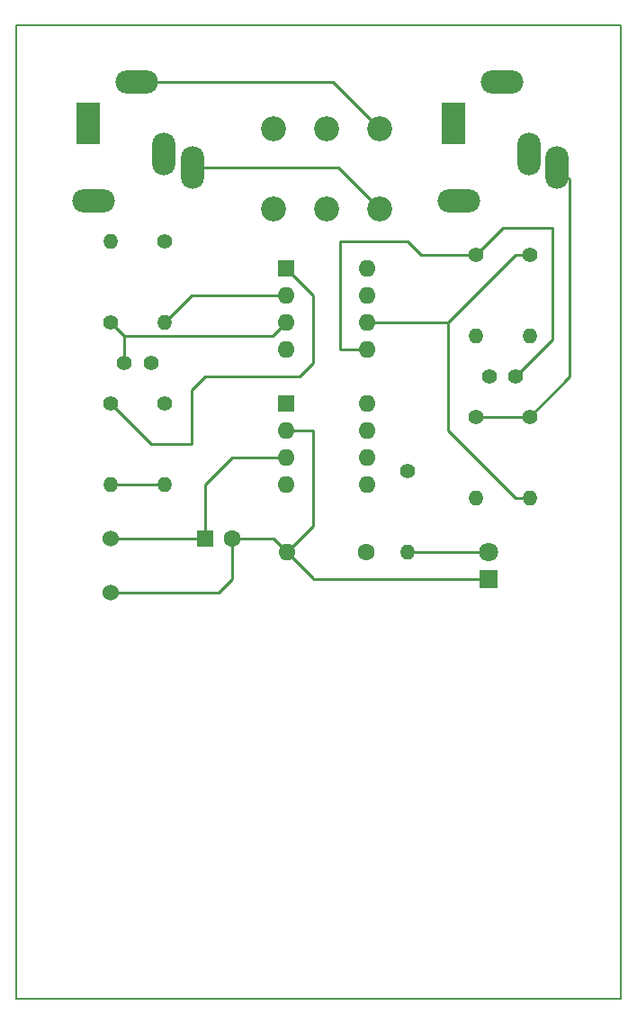
<source format=gbr>
%TF.GenerationSoftware,KiCad,Pcbnew,7.0.8*%
%TF.CreationDate,2023-12-16T16:40:22-03:00*%
%TF.ProjectId,cmoy,636d6f79-2e6b-4696-9361-645f70636258,rev?*%
%TF.SameCoordinates,Original*%
%TF.FileFunction,Copper,L1,Top*%
%TF.FilePolarity,Positive*%
%FSLAX46Y46*%
G04 Gerber Fmt 4.6, Leading zero omitted, Abs format (unit mm)*
G04 Created by KiCad (PCBNEW 7.0.8) date 2023-12-16 16:40:22*
%MOMM*%
%LPD*%
G01*
G04 APERTURE LIST*
%TA.AperFunction,NonConductor*%
%ADD10C,0.200000*%
%TD*%
%TA.AperFunction,ComponentPad*%
%ADD11O,1.600000X1.600000*%
%TD*%
%TA.AperFunction,ComponentPad*%
%ADD12R,1.600000X1.600000*%
%TD*%
%TA.AperFunction,ComponentPad*%
%ADD13C,2.340000*%
%TD*%
%TA.AperFunction,ComponentPad*%
%ADD14O,1.400000X1.400000*%
%TD*%
%TA.AperFunction,ComponentPad*%
%ADD15C,1.400000*%
%TD*%
%TA.AperFunction,ComponentPad*%
%ADD16O,2.200000X4.000000*%
%TD*%
%TA.AperFunction,ComponentPad*%
%ADD17O,4.000000X2.200000*%
%TD*%
%TA.AperFunction,ComponentPad*%
%ADD18R,2.200000X4.000000*%
%TD*%
%TA.AperFunction,ComponentPad*%
%ADD19R,1.800000X1.800000*%
%TD*%
%TA.AperFunction,ComponentPad*%
%ADD20C,1.800000*%
%TD*%
%TA.AperFunction,ComponentPad*%
%ADD21C,1.600000*%
%TD*%
%TA.AperFunction,ComponentPad*%
%ADD22C,1.524000*%
%TD*%
%TA.AperFunction,Conductor*%
%ADD23C,0.250000*%
%TD*%
G04 APERTURE END LIST*
D10*
X160020000Y-39370000D02*
X216920000Y-39370000D01*
X216920000Y-130870000D01*
X160020000Y-130870000D01*
X160020000Y-39370000D01*
D11*
%TO.P,U2,8,V+*%
%TO.N,Net-(BT1-+)*%
X193050000Y-62240000D03*
%TO.P,U2,7*%
%TO.N,Net-(R7-Pad2)*%
X193050000Y-64780000D03*
%TO.P,U2,6,-*%
%TO.N,Net-(U2B--)*%
X193050000Y-67320000D03*
%TO.P,U2,5,+*%
%TO.N,Net-(U2B-+)*%
X193050000Y-69860000D03*
%TO.P,U2,4,V-*%
%TO.N,Net-(BT1--)*%
X185430000Y-69860000D03*
%TO.P,U2,3,+*%
%TO.N,Net-(U2A-+)*%
X185430000Y-67320000D03*
%TO.P,U2,2,-*%
%TO.N,Net-(U2A--)*%
X185430000Y-64780000D03*
D12*
%TO.P,U2,1*%
%TO.N,Net-(R4-Pad1)*%
X185430000Y-62240000D03*
%TD*%
%TO.P,U1,1,OUT*%
%TO.N,GND*%
X185430000Y-74940000D03*
D11*
%TO.P,U1,2,COMMON*%
%TO.N,Net-(BT1--)*%
X185430000Y-77480000D03*
%TO.P,U1,3,IN*%
%TO.N,Net-(BT1-+)*%
X185430000Y-80020000D03*
%TO.P,U1,4,NC*%
%TO.N,unconnected-(U1-NC-Pad4)*%
X185430000Y-82560000D03*
%TO.P,U1,5,NC*%
%TO.N,unconnected-(U1-NC-Pad5)*%
X193050000Y-82560000D03*
%TO.P,U1,6,NC*%
%TO.N,unconnected-(U1-NC-Pad6)*%
X193050000Y-80020000D03*
%TO.P,U1,7,NC*%
%TO.N,unconnected-(U1-NC-Pad7)*%
X193050000Y-77480000D03*
%TO.P,U1,8,NOISE_REDUCTION*%
%TO.N,Net-(U1-NOISE_REDUCTION)*%
X193050000Y-74940000D03*
%TD*%
D13*
%TO.P,RV1,1,1*%
%TO.N,Net-(J1-PadS)*%
X194230000Y-49100000D03*
%TO.P,RV1,2,2*%
%TO.N,Net-(C3-Pad1)*%
X189230000Y-49100000D03*
%TO.P,RV1,3,3*%
%TO.N,GND*%
X184230000Y-49100000D03*
%TO.P,RV1,4,4*%
%TO.N,Net-(J1-PadR)*%
X194230000Y-56600000D03*
%TO.P,RV1,5,5*%
%TO.N,Net-(C4-Pad1)*%
X189230000Y-56600000D03*
%TO.P,RV1,6,6*%
%TO.N,GND*%
X184230000Y-56600000D03*
%TD*%
D14*
%TO.P,R9,2*%
%TO.N,GND*%
X208320000Y-68580000D03*
D15*
%TO.P,R9,1*%
%TO.N,Net-(U2B--)*%
X208320000Y-60960000D03*
%TD*%
%TO.P,R8,1*%
%TO.N,Net-(J2-PadR)*%
X208320000Y-76200000D03*
D14*
%TO.P,R8,2*%
%TO.N,Net-(U2B--)*%
X208320000Y-83820000D03*
%TD*%
D15*
%TO.P,R7,1*%
%TO.N,Net-(J2-PadR)*%
X203240000Y-76200000D03*
D14*
%TO.P,R7,2*%
%TO.N,Net-(R7-Pad2)*%
X203240000Y-83820000D03*
%TD*%
D15*
%TO.P,R6,1*%
%TO.N,GND*%
X173950000Y-59690000D03*
D14*
%TO.P,R6,2*%
%TO.N,Net-(U2A--)*%
X173950000Y-67310000D03*
%TD*%
%TO.P,R5,2*%
%TO.N,Net-(J2-PadS)*%
X173950000Y-82550000D03*
D15*
%TO.P,R5,1*%
%TO.N,Net-(U2A--)*%
X173950000Y-74930000D03*
%TD*%
D14*
%TO.P,R4,2*%
%TO.N,Net-(J2-PadS)*%
X168870000Y-82550000D03*
D15*
%TO.P,R4,1*%
%TO.N,Net-(R4-Pad1)*%
X168870000Y-74930000D03*
%TD*%
%TO.P,R3,1*%
%TO.N,Net-(U2B-+)*%
X203240000Y-60960000D03*
D14*
%TO.P,R3,2*%
%TO.N,GND*%
X203240000Y-68580000D03*
%TD*%
D15*
%TO.P,R2,1*%
%TO.N,Net-(U2A-+)*%
X168870000Y-67310000D03*
D14*
%TO.P,R2,2*%
%TO.N,GND*%
X168870000Y-59690000D03*
%TD*%
%TO.P,R1,2*%
%TO.N,Net-(D1-A)*%
X196850000Y-88900000D03*
D15*
%TO.P,R1,1*%
%TO.N,Net-(BT1-+)*%
X196850000Y-81280000D03*
%TD*%
D16*
%TO.P,J2,R*%
%TO.N,Net-(J2-PadR)*%
X210940000Y-52710000D03*
%TO.P,J2,RN*%
%TO.N,N/C*%
X208240000Y-51510000D03*
D17*
%TO.P,J2,S*%
%TO.N,Net-(J2-PadS)*%
X205740000Y-44710000D03*
D18*
%TO.P,J2,T*%
%TO.N,GND*%
X201140000Y-48610000D03*
D17*
%TO.P,J2,TN*%
%TO.N,N/C*%
X201640000Y-55910000D03*
%TD*%
%TO.P,J1,TN*%
%TO.N,N/C*%
X167292500Y-55910000D03*
D18*
%TO.P,J1,T*%
%TO.N,GND*%
X166792500Y-48610000D03*
D17*
%TO.P,J1,S*%
%TO.N,Net-(J1-PadS)*%
X171392500Y-44710000D03*
D16*
%TO.P,J1,RN*%
%TO.N,N/C*%
X173892500Y-51510000D03*
%TO.P,J1,R*%
%TO.N,Net-(J1-PadR)*%
X176592500Y-52710000D03*
%TD*%
D19*
%TO.P,D1,1,K*%
%TO.N,Net-(BT1--)*%
X204470000Y-91440000D03*
D20*
%TO.P,D1,2,A*%
%TO.N,Net-(D1-A)*%
X204470000Y-88900000D03*
%TD*%
D15*
%TO.P,C4,2*%
%TO.N,Net-(U2B-+)*%
X207010000Y-72390000D03*
%TO.P,C4,1*%
%TO.N,Net-(C4-Pad1)*%
X204510000Y-72390000D03*
%TD*%
%TO.P,C3,2*%
%TO.N,Net-(U2A-+)*%
X170180000Y-71120000D03*
%TO.P,C3,1*%
%TO.N,Net-(C3-Pad1)*%
X172680000Y-71120000D03*
%TD*%
D11*
%TO.P,C2,2*%
%TO.N,Net-(BT1--)*%
X185480000Y-88900000D03*
D21*
%TO.P,C2,1*%
%TO.N,Net-(U1-NOISE_REDUCTION)*%
X192980000Y-88900000D03*
%TD*%
D12*
%TO.P,C1,1*%
%TO.N,Net-(BT1-+)*%
X177800000Y-87630000D03*
D21*
%TO.P,C1,2*%
%TO.N,Net-(BT1--)*%
X180300000Y-87630000D03*
%TD*%
D22*
%TO.P,BAT,2,-*%
%TO.N,Net-(BT1--)*%
X168910000Y-92710000D03*
%TO.P,BAT,1,+*%
%TO.N,Net-(BT1-+)*%
X168910000Y-87630000D03*
%TD*%
D23*
%TO.N,Net-(J2-PadR)*%
X212090000Y-72430000D02*
X212090000Y-53860000D01*
X208320000Y-76200000D02*
X212090000Y-72430000D01*
X212090000Y-53860000D02*
X210940000Y-52710000D01*
%TO.N,Net-(U2B-+)*%
X210490000Y-58420000D02*
X205780000Y-58420000D01*
X205780000Y-58420000D02*
X203240000Y-60960000D01*
X207010000Y-72390000D02*
X210490000Y-68910000D01*
X210490000Y-68910000D02*
X210490000Y-58420000D01*
%TO.N,Net-(D1-A)*%
X204470000Y-88900000D02*
X196850000Y-88900000D01*
%TO.N,Net-(U2B--)*%
X207030000Y-83820000D02*
X200650000Y-77440000D01*
X200650000Y-77440000D02*
X200650000Y-67320000D01*
X208320000Y-83820000D02*
X207030000Y-83820000D01*
%TO.N,Net-(R4-Pad1)*%
X172680000Y-78740000D02*
X168870000Y-74930000D01*
X176530000Y-78740000D02*
X172680000Y-78740000D01*
X176530000Y-73660000D02*
X176530000Y-78740000D01*
X187960000Y-64770000D02*
X185430000Y-62240000D01*
X186690000Y-72390000D02*
X187960000Y-71120000D01*
X187960000Y-71120000D02*
X187960000Y-64770000D01*
X177800000Y-72390000D02*
X186690000Y-72390000D01*
X176530000Y-73660000D02*
X177800000Y-72390000D01*
%TO.N,Net-(U2B-+)*%
X190500000Y-59690000D02*
X196850000Y-59690000D01*
X198120000Y-60960000D02*
X203240000Y-60960000D01*
X196850000Y-59690000D02*
X198120000Y-60960000D01*
X190510000Y-69860000D02*
X190500000Y-69850000D01*
X190500000Y-69850000D02*
X190500000Y-59690000D01*
X193050000Y-69860000D02*
X190510000Y-69860000D01*
%TO.N,Net-(U2A-+)*%
X184130000Y-68620000D02*
X185430000Y-67320000D01*
X170180000Y-68620000D02*
X184130000Y-68620000D01*
%TO.N,Net-(U2A--)*%
X176540000Y-64780000D02*
X185430000Y-64780000D01*
X176490000Y-64770000D02*
X176530000Y-64770000D01*
X176530000Y-64770000D02*
X176540000Y-64780000D01*
X173950000Y-67310000D02*
X176490000Y-64770000D01*
%TO.N,Net-(J1-PadR)*%
X190340000Y-52710000D02*
X194230000Y-56600000D01*
X176592500Y-52710000D02*
X190340000Y-52710000D01*
%TO.N,Net-(U2B--)*%
X200650000Y-67320000D02*
X193050000Y-67320000D01*
X207010000Y-60960000D02*
X200650000Y-67320000D01*
X208320000Y-60960000D02*
X207010000Y-60960000D01*
%TO.N,Net-(J1-PadS)*%
X189840000Y-44710000D02*
X194230000Y-49100000D01*
X171392500Y-44710000D02*
X189840000Y-44710000D01*
%TO.N,Net-(U2A-+)*%
X170180000Y-68620000D02*
X170180000Y-71120000D01*
X168870000Y-67310000D02*
X170180000Y-68620000D01*
%TO.N,Net-(J2-PadS)*%
X168870000Y-82550000D02*
X173950000Y-82550000D01*
%TO.N,Net-(J2-PadR)*%
X208320000Y-76200000D02*
X203240000Y-76200000D01*
%TO.N,Net-(BT1--)*%
X187960000Y-77470000D02*
X187960000Y-86420000D01*
X187950000Y-77480000D02*
X187960000Y-77470000D01*
X187960000Y-86420000D02*
X185480000Y-88900000D01*
X185430000Y-77480000D02*
X187950000Y-77480000D01*
X187960000Y-91440000D02*
X204470000Y-91440000D01*
X187960000Y-91380000D02*
X187960000Y-91440000D01*
X185480000Y-88900000D02*
X187960000Y-91380000D01*
%TO.N,Net-(BT1-+)*%
X180330000Y-80020000D02*
X185430000Y-80020000D01*
X177800000Y-82550000D02*
X180330000Y-80020000D01*
X177800000Y-87630000D02*
X177800000Y-82550000D01*
%TO.N,Net-(BT1--)*%
X184210000Y-87630000D02*
X185480000Y-88900000D01*
X180300000Y-87630000D02*
X184210000Y-87630000D01*
X180300000Y-91400000D02*
X180300000Y-87630000D01*
X180340000Y-91440000D02*
X180300000Y-91400000D01*
X179070000Y-92710000D02*
X180340000Y-91440000D01*
X168910000Y-92710000D02*
X179070000Y-92710000D01*
%TO.N,Net-(BT1-+)*%
X168910000Y-87630000D02*
X177800000Y-87630000D01*
%TD*%
M02*

</source>
